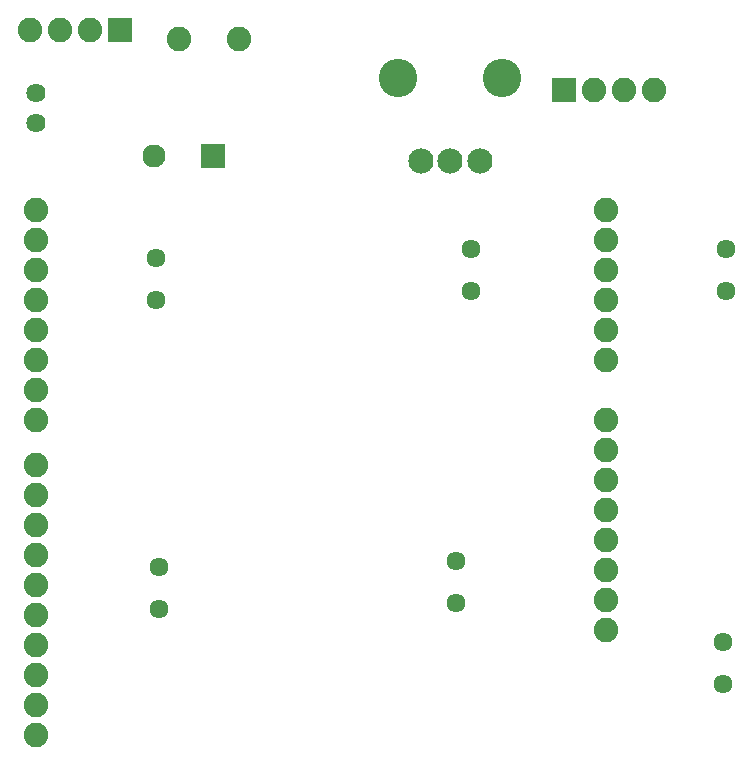
<source format=gbs>
G75*
%MOIN*%
%OFA0B0*%
%FSLAX24Y24*%
%IPPOS*%
%LPD*%
%AMOC8*
5,1,8,0,0,1.08239X$1,22.5*
%
%ADD10C,0.0820*%
%ADD11R,0.0787X0.0787*%
%ADD12C,0.0770*%
%ADD13C,0.0640*%
%ADD14C,0.0635*%
%ADD15C,0.1280*%
%ADD16C,0.0840*%
%ADD17R,0.0820X0.0820*%
D10*
X004200Y010252D03*
X004200Y011252D03*
X004200Y012252D03*
X004200Y013252D03*
X004200Y014252D03*
X004200Y015252D03*
X004200Y016252D03*
X004200Y017252D03*
X004200Y018252D03*
X004200Y019252D03*
X004200Y020752D03*
X004200Y021752D03*
X004200Y022752D03*
X004200Y023752D03*
X004200Y024752D03*
X004200Y025752D03*
X004200Y026752D03*
X004200Y027752D03*
X008950Y033452D03*
X010950Y033452D03*
X006000Y033752D03*
X005000Y033752D03*
X004000Y033752D03*
X022800Y031752D03*
X023800Y031752D03*
X024800Y031752D03*
X023200Y027752D03*
X023200Y026752D03*
X023200Y025752D03*
X023200Y024752D03*
X023200Y023752D03*
X023200Y022752D03*
X023200Y020752D03*
X023200Y019752D03*
X023200Y018752D03*
X023200Y017752D03*
X023200Y016752D03*
X023200Y015752D03*
X023200Y014752D03*
X023200Y013752D03*
D11*
X010084Y029552D03*
D12*
X008116Y029552D03*
D13*
X004200Y030652D03*
X004200Y031652D03*
D14*
X008200Y026152D03*
X008200Y024752D03*
X008300Y015852D03*
X008300Y014452D03*
X018200Y014652D03*
X018200Y016052D03*
X018700Y025052D03*
X018700Y026452D03*
X027200Y026452D03*
X027200Y025052D03*
X027100Y013352D03*
X027100Y011952D03*
D15*
X019732Y032152D03*
X016268Y032152D03*
D16*
X017016Y029396D03*
X018000Y029396D03*
X018984Y029396D03*
D17*
X021800Y031752D03*
X007000Y033752D03*
M02*

</source>
